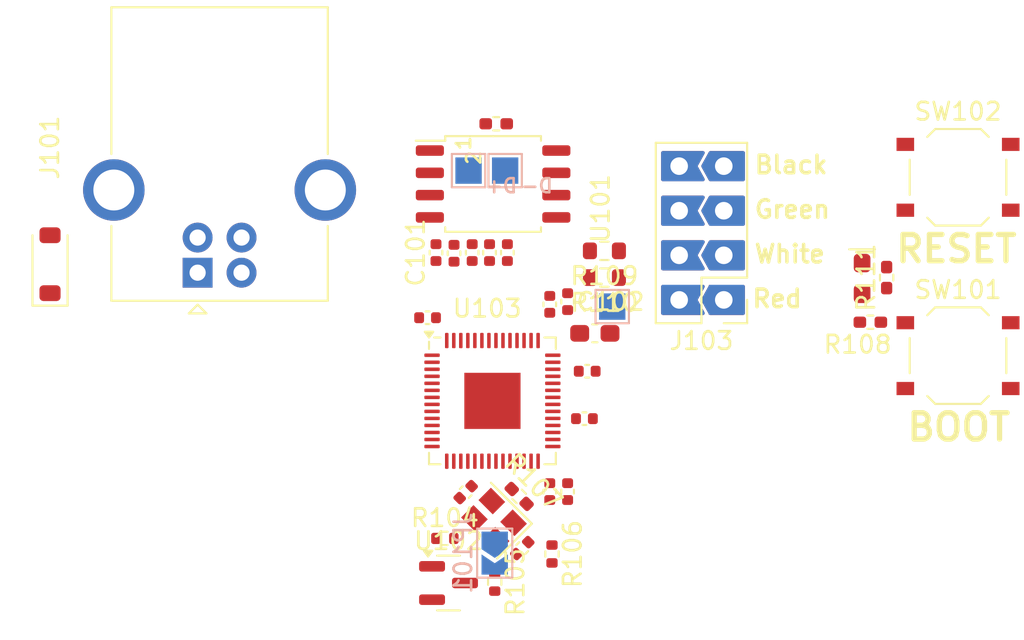
<source format=kicad_pcb>
(kicad_pcb (version 20240108) (generator "pcbnew") (generator_version "8.0")
  (layers (0 "F.Cu" signal) (31 "B.Cu" signal) (34 "B.Paste" user) (35 "F.Paste" user) (36 "B.SilkS" user "B.Silkscreen") (37 "F.SilkS" user "F.Silkscreen") (38 "B.Mask" user) (39 "F.Mask" user) (44 "Edge.Cuts" user))
  (net 0 "")
  (net 1 "Net-(C104-Pad1)")
  (net 2 "/GND")
  (net 3 "/+3V3")
  (net 4 "/XIN")
  (net 5 "+5V")
  (net 6 "+1V1")
  (net 7 "VBUS")
  (net 8 "Net-(D102-K)")
  (net 9 "/GPIO23")
  (net 10 "/GPIO20")
  (net 11 "/GPIO29")
  (net 12 "/D+")
  (net 13 "/D-")
  (net 14 "/SWCLK")
  (net 15 "/SWD")
  (net 16 "/GPIO26")
  (net 17 "/GPIO28")
  (net 18 "/GPIO27")
  (net 19 "/GPIO22")
  (net 20 "/GPIO21")
  (net 21 "/GPIO19")
  (net 22 "/GPIO11")
  (net 23 "/GPIO17")
  (net 24 "/3V0_VREF")
  (net 25 "/QSPI_SS")
  (net 26 "/GPIO13")
  (net 27 "/XOUT")
  (net 28 "/DP")
  (net 29 "/GPIO8")
  (net 30 "/GPIO10")
  (net 31 "/GPIO0")
  (net 32 "/QSPI_SD1")
  (net 33 "/QSPI_SD2")
  (net 34 "/QSPI_SD0")
  (net 35 "/QSPI_SCLK")
  (net 36 "/QSPI_SD3")
  (net 37 "/GPIO3")
  (net 38 "/DN")
  (net 39 "/ADC_VREF")
  (net 40 "/GPIO12")
  (net 41 "/GPIO15")
  (net 42 "/GPIO7")
  (net 43 "/GPIO16")
  (net 44 "/GPIO5")
  (net 45 "/GPIO14")
  (net 46 "/GPIO1")
  (net 47 "/GPIO18")
  (net 48 "/GPIO6")
  (net 49 "/GPIO9")
  (net 50 "/GPIO4")
  (net 51 "/GPIO2")
  (net 52 "/GPIO25")
  (net 53 "/GPIO24")
  (net 54 "/2v5_VREF")
  (net 55 "Net-(R108-Pad2)")
  (net 57 "/RESET_RUN")
  (footprint "RP2040-Decoder_Additional_Footprints:SOIC-8_5.23x5.23mm_P1.27mm" (layer "F.Cu") (at 104.7242 46.863)
    (property "Reference" "U101" (at 6.114 1.393001 -90) (layer "F.SilkS"))
    (property "Value" "W25Q128JVSIQ")
    (fp_line (start -2.725 -2.725) (end -2.725 -2.465) (stroke (width 0.12)) (layer "F.SilkS"))
    (fp_line (start -2.725 -2.465) (end -4.4 -2.465) (stroke (width 0.12)) (layer "F.SilkS"))
    (fp_line (start -2.725 2.725) (end -2.725 2.465) (stroke (width 0.12)) (layer "F.SilkS"))
    (fp_line (start 0 -2.725) (end -2.725 -2.725) (stroke (width 0.12)) (layer "F.SilkS"))
    (fp_line (start 0 -2.725) (end 2.725 -2.725) (stroke (width 0.12)) (layer "F.SilkS"))
    (fp_line (start 0 2.725) (end -2.725 2.725) (stroke (width 0.12)) (layer "F.SilkS"))
    (fp_line (start 0 2.725) (end 2.725 2.725) (stroke (width 0.12)) (layer "F.SilkS"))
    (fp_line (start 2.725 -2.725) (end 2.725 -2.465) (stroke (width 0.12)) (layer "F.SilkS"))
    (fp_line (start 2.725 2.725) (end 2.725 2.465) (stroke (width 0.12)) (layer "F.SilkS"))
    (pad "1" smd roundrect (at -3.6 -1.905) (size 1.6 0.6) (layers "F.Cu" "F.Paste" "F.Mask") (net 25 "/QSPI_SS"))
    (pad "2" smd roundrect (at -3.6 -0.635) (size 1.6 0.6) (layers "F.Cu" "F.Paste" "F.Mask") (net 32 "/QSPI_SD1"))
    (pad "3" smd roundrect (at -3.6 0.635) (size 1.6 0.6) (layers "F.Cu" "F.Paste" "F.Mask") (net 33 "/QSPI_SD2"))
    (pad "4" smd roundrect (at -3.6 1.905) (size 1.6 0.6) (layers "F.Cu" "F.Paste" "F.Mask") (net 2 "/GND"))
    (pad "5" smd roundrect (at 3.6 1.905) (size 1.6 0.6) (layers "F.Cu" "F.Paste" "F.Mask") (net 34 "/QSPI_SD0"))
    (pad "6" smd roundrect (at 3.6 0.635) (size 1.6 0.6) (layers "F.Cu" "F.Paste" "F.Mask") (net 35 "/QSPI_SCLK"))
    (pad "7" smd roundrect (at 3.6 -0.635) (size 1.6 0.6) (layers "F.Cu" "F.Paste" "F.Mask") (net 36 "/QSPI_SD3"))
    (pad "8" smd roundrect (at 3.6 -1.905) (size 1.6 0.6) (layers "F.Cu" "F.Paste" "F.Mask") (net 3 "/+3V3"))
  )
  (footprint "Capacitor_SMD:C_0603_1608Metric_Pad1.08x0.95mm_HandSolder" (layer "F.Cu") (at 110.516499 55.372)
    (property "Reference" "C102" (at 0.889 -1.8065 0) (layer "F.SilkS"))
    (property "Value" "10n C0G")
    (fp_line (start -0.146267 -0.51) (end 0.146267 -0.51) (stroke (width 0.12)) (layer "F.SilkS"))
    (fp_line (start -0.146267 0.51) (end 0.146267 0.51) (stroke (width 0.12)) (layer "F.SilkS"))
    (pad "1" smd roundrect (at -0.862501 0) (size 1.075 0.95) (layers "F.Cu" "F.Paste" "F.Mask") (net 39 "/ADC_VREF"))
    (pad "2" smd roundrect (at 0.862501 0) (size 1.075 0.95) (layers "F.Cu" "F.Paste" "F.Mask") (net 2 "/GND"))
  )
  (footprint "Capacitor_SMD:C_0402_1005Metric" (layer "F.Cu") (at 108.966 53.566 90)
    (property "Reference" "C109" (hide yes))
    (property "Value" "1u")
    (fp_line (start -0.107836 -0.36) (end 0.107836 -0.36) (stroke (width 0.12)) (layer "F.SilkS"))
    (fp_line (start -0.107836 0.36) (end 0.107836 0.36) (stroke (width 0.12)) (layer "F.SilkS"))
    (pad "1" smd roundrect (at -0.48 0 90) (size 0.56 0.62) (layers "F.Cu" "F.Paste" "F.Mask") (net 3 "/+3V3"))
    (pad "2" smd roundrect (at 0.48 0 90) (size 0.56 0.62) (layers "F.Cu" "F.Paste" "F.Mask") (net 2 "/GND"))
  )
  (footprint "Capacitor_SMD:C_0402_1005Metric" (layer "F.Cu") (at 103.1623 64.4185 -135)
    (property "Reference" "C103" (hide yes))
    (property "Value" "18p")
    (fp_line (start -0.107836 0.36) (end 0.107836 0.36) (stroke (width 0.12)) (layer "F.SilkS"))
    (fp_line (start -0.107836 -0.36) (end 0.107836 -0.36) (stroke (width 0.12)) (layer "F.SilkS"))
    (pad "1" smd roundrect (at -0.48 0 225) (size 0.56 0.62) (layers "F.Cu" "F.Paste" "F.Mask") (net 4 "/XIN"))
    (pad "2" smd roundrect (at 0.48 0 225) (size 0.56 0.62) (layers "F.Cu" "F.Paste" "F.Mask") (net 2 "/GND"))
  )
  (footprint "Package_DFN_QFN:QFN-56-1EP_7x7mm_P0.4mm_EP3.2x3.2mm" (layer "F.Cu") (at 104.686 59.22)
    (property "Reference" "U103" (at -0.295589 -5.264789 0) (layer "F.SilkS"))
    (property "Value" "RP2040")
    (fp_line (start -3.61 -2.96) (end -3.61 -3.37) (stroke (width 0.12)) (layer "F.SilkS"))
    (fp_line (start -3.61 3.61) (end -3.61 2.96) (stroke (width 0.12)) (layer "F.SilkS"))
    (fp_line (start -2.96 -3.61) (end -3.31 -3.61) (stroke (width 0.12)) (layer "F.SilkS"))
    (fp_line (start -2.96 3.61) (end -3.61 3.61) (stroke (width 0.12)) (layer "F.SilkS"))
    (fp_line (start 2.96 -3.61) (end 3.61 -3.61) (stroke (width 0.12)) (layer "F.SilkS"))
    (fp_line (start 2.96 3.61) (end 3.61 3.61) (stroke (width 0.12)) (layer "F.SilkS"))
    (fp_line (start 3.61 -3.61) (end 3.61 -2.96) (stroke (width 0.12)) (layer "F.SilkS"))
    (fp_line (start 3.61 3.61) (end 3.61 2.96) (stroke (width 0.12)) (layer "F.SilkS"))
    (fp_poly (pts (xy -3.61 -3.61) (xy -3.85 -3.94) (xy -3.37 -3.94) (xy -3.61 -3.61)) (stroke (width 0.12)) (fill solid) (layer "F.SilkS"))
    (pad "1" smd roundrect (at -3.4375 -2.6) (size 0.875 0.2) (layers "F.Cu" "F.Paste" "F.Mask") (net 3 "/+3V3"))
    (pad "2" smd roundrect (at -3.4375 -2.2) (size 0.875 0.2) (layers "F.Cu" "F.Paste" "F.Mask") (net 31 "/GPIO0"))
    (pad "3" smd roundrect (at -3.4375 -1.8) (size 0.875 0.2) (layers "F.Cu" "F.Paste" "F.Mask") (net 46 "/GPIO1"))
    (pad "4" smd roundrect (at -3.4375 -1.4) (size 0.875 0.2) (layers "F.Cu" "F.Paste" "F.Mask") (net 51 "/GPIO2"))
    (pad "5" smd roundrect (at -3.4375 -1) (size 0.875 0.2) (layers "F.Cu" "F.Paste" "F.Mask") (net 37 "/GPIO3"))
    (pad "6" smd roundrect (at -3.4375 -0.6) (size 0.875 0.2) (layers "F.Cu" "F.Paste" "F.Mask") (net 50 "/GPIO4"))
    (pad "7" smd roundrect (at -3.4375 -0.2) (size 0.875 0.2) (layers "F.Cu" "F.Paste" "F.Mask") (net 44 "/GPIO5"))
    (pad "8" smd roundrect (at -3.4375 0.2) (size 0.875 0.2) (layers "F.Cu" "F.Paste" "F.Mask") (net 48 "/GPIO6"))
    (pad "9" smd roundrect (at -3.4375 0.6) (size 0.875 0.2) (layers "F.Cu" "F.Paste" "F.Mask") (net 42 "/GPIO7"))
    (pad "10" smd roundrect (at -3.4375 1) (size 0.875 0.2) (layers "F.Cu" "F.Paste" "F.Mask") (net 3 "/+3V3"))
    (pad "11" smd roundrect (at -3.4375 1.4) (size 0.875 0.2) (layers "F.Cu" "F.Paste" "F.Mask") (net 29 "/GPIO8"))
    (pad "12" smd roundrect (at -3.4375 1.8) (size 0.875 0.2) (layers "F.Cu" "F.Paste" "F.Mask") (net 49 "/GPIO9"))
    (pad "13" smd roundrect (at -3.4375 2.2) (size 0.875 0.2) (layers "F.Cu" "F.Paste" "F.Mask") (net 30 "/GPIO10"))
    (pad "14" smd roundrect (at -3.4375 2.6) (size 0.875 0.2) (layers "F.Cu" "F.Paste" "F.Mask") (net 22 "/GPIO11"))
    (pad "15" smd roundrect (at -2.6 3.4375) (size 0.2 0.875) (layers "F.Cu" "F.Paste" "F.Mask") (net 40 "/GPIO12"))
    (pad "16" smd roundrect (at -2.2 3.4375) (size 0.2 0.875) (layers "F.Cu" "F.Paste" "F.Mask") (net 26 "/GPIO13"))
    (pad "17" smd roundrect (at -1.8 3.4375) (size 0.2 0.875) (layers "F.Cu" "F.Paste" "F.Mask") (net 45 "/GPIO14"))
    (pad "18" smd roundrect (at -1.4 3.4375) (size 0.2 0.875) (layers "F.Cu" "F.Paste" "F.Mask") (net 41 "/GPIO15"))
    (pad "19" smd roundrect (at -1 3.4375) (size 0.2 0.875) (layers "F.Cu" "F.Paste" "F.Mask") (net 2 "/GND"))
    (pad "20" smd roundrect (at -0.6 3.4375) (size 0.2 0.875) (layers "F.Cu" "F.Paste" "F.Mask") (net 4 "/XIN"))
    (pad "21" smd roundrect (at -0.2 3.4375) (size 0.2 0.875) (layers "F.Cu" "F.Paste" "F.Mask") (net 27 "/XOUT"))
    (pad "22" smd roundrect (at 0.2 3.4375) (size 0.2 0.875) (layers "F.Cu" "F.Paste" "F.Mask") (net 3 "/+3V3"))
    (pad "23" smd roundrect (at 0.6 3.4375) (size 0.2 0.875) (layers "F.Cu" "F.Paste" "F.Mask") (net 6 "+1V1"))
    (pad "24" smd roundrect (at 1 3.4375) (size 0.2 0.875) (layers "F.Cu" "F.Paste" "F.Mask") (net 14 "/SWCLK"))
    (pad "25" smd roundrect (at 1.4 3.4375) (size 0.2 0.875) (layers "F.Cu" "F.Paste" "F.Mask") (net 15 "/SWD"))
    (pad "26" smd roundrect (at 1.8 3.4375) (size 0.2 0.875) (layers "F.Cu" "F.Paste" "F.Mask") (net 57 "/RESET_RUN"))
    (pad "27" smd roundrect (at 2.2 3.4375) (size 0.2 0.875) (layers "F.Cu" "F.Paste" "F.Mask") (net 43 "/GPIO16"))
    (pad "28" smd roundrect (at 2.6 3.4375) (size 0.2 0.875) (layers "F.Cu" "F.Paste" "F.Mask") (net 23 "/GPIO17"))
    (pad "29" smd roundrect (at 3.4375 2.6) (size 0.875 0.2) (layers "F.Cu" "F.Paste" "F.Mask") (net 47 "/GPIO18"))
    (pad "30" smd roundrect (at 3.4375 2.2) (size 0.875 0.2) (layers "F.Cu" "F.Paste" "F.Mask") (net 21 "/GPIO19"))
    (pad "31" smd roundrect (at 3.4375 1.8) (size 0.875 0.2) (layers "F.Cu" "F.Paste" "F.Mask") (net 10 "/GPIO20"))
    (pad "32" smd roundrect (at 3.4375 1.4) (size 0.875 0.2) (layers "F.Cu" "F.Paste" "F.Mask") (net 20 "/GPIO21"))
    (pad "33" smd roundrect (at 3.4375 1) (size 0.875 0.2) (layers "F.Cu" "F.Paste" "F.Mask") (net 3 "/+3V3"))
    (pad "34" smd roundrect (at 3.4375 0.6) (size 0.875 0.2) (layers "F.Cu" "F.Paste" "F.Mask") (net 19 "/GPIO22"))
    (pad "35" smd roundrect (at 3.4375 0.2) (size 0.875 0.2) (layers "F.Cu" "F.Paste" "F.Mask") (net 9 "/GPIO23"))
    (pad "36" smd roundrect (at 3.4375 -0.2) (size 0.875 0.2) (layers "F.Cu" "F.Paste" "F.Mask") (net 53 "/GPIO24"))
    (pad "37" smd roundrect (at 3.4375 -0.6) (size 0.875 0.2) (layers "F.Cu" "F.Paste" "F.Mask") (net 52 "/GPIO25"))
    (pad "38" smd roundrect (at 3.4375 -1) (size 0.875 0.2) (layers "F.Cu" "F.Paste" "F.Mask") (net 16 "/GPIO26"))
    (pad "39" smd roundrect (at 3.4375 -1.4) (size 0.875 0.2) (layers "F.Cu" "F.Paste" "F.Mask") (net 18 "/GPIO27"))
    (pad "40" smd roundrect (at 3.4375 -1.8) (size 0.875 0.2) (layers "F.Cu" "F.Paste" "F.Mask") (net 17 "/GPIO28"))
    (pad "41" smd roundrect (at 3.4375 -2.2) (size 0.875 0.2) (layers "F.Cu" "F.Paste" "F.Mask") (net 11 "/GPIO29"))
    (pad "42" smd roundrect (at 3.4375 -2.6) (size 0.875 0.2) (layers "F.Cu" "F.Paste" "F.Mask") (net 3 "/+3V3"))
    (pad "43" smd roundrect (at 2.6 -3.4375) (size 0.2 0.875) (layers "F.Cu" "F.Paste" "F.Mask") (net 39 "/ADC_VREF"))
    (pad "44" smd roundrect (at 2.2 -3.4375) (size 0.2 0.875) (layers "F.Cu" "F.Paste" "F.Mask") (net 3 "/+3V3"))
    (pad "45" smd roundrect (at 1.8 -3.4375) (size 0.2 0.875) (layers "F.Cu" "F.Paste" "F.Mask") (net 6 "+1V1"))
    (pad "46" smd roundrect (at 1.4 -3.4375) (size 0.2 0.875) (layers "F.Cu" "F.Paste" "F.Mask") (net 38 "/DN"))
    (pad "47" smd roundrect (at 1 -3.4375) (size 0.2 0.875) (layers "F.Cu" "F.Paste" "F.Mask") (net 28 "/DP"))
    (pad "48" smd roundrect (at 0.6 -3.4375) (size 0.2 0.875) (layers "F.Cu" "F.Paste" "F.Mask") (net 3 "/+3V3"))
    (pad "49" smd roundrect (at 0.2 -3.4375) (size 0.2 0.875) (layers "F.Cu" "F.Paste" "F.Mask") (net 3 "/+3V3"))
    (pad "50" smd roundrect (at -0.2 -3.4375) (size 0.2 0.875) (layers "F.Cu" "F.Paste" "F.Mask") (net 6 "+1V1"))
    (pad "51" smd roundrect (at -0.6 -3.4375) (size 0.2 0.875) (layers "F.Cu" "F.Paste" "F.Mask") (net 36 "/QSPI_SD3"))
    (pad "52" smd roundrect (at -1 -3.4375) (size 0.2 0.875) (layers "F.Cu" "F.Paste" "F.Mask") (net 35 "/QSPI_SCLK"))
    (pad "53" smd roundrect (at -1.4 -3.4375) (size 0.2 0.875) (layers "F.Cu" "F.Paste" "F.Mask") (net 34 "/QSPI_SD0"))
    (pad "54" smd roundrect (at -1.8 -3.4375) (size 0.2 0.875) (layers "F.Cu" "F.Paste" "F.Mask") (net 33 "/QSPI_SD2"))
    (pad "55" smd roundrect (at -2.2 -3.4375) (size 0.2 0.875) (layers "F.Cu" "F.Paste" "F.Mask") (net 32 "/QSPI_SD1"))
    (pad "56" smd roundrect (at -2.6 -3.4375) (size 0.2 0.875) (layers "F.Cu" "F.Paste" "F.Mask") (net 25 "/QSPI_SS"))
    (pad "57" smd rect (at 0 0) (size 3.2 3.2) (property pad_prop_heatsink) (layers "F.Cu" "F.Mask") (net 2 "/GND"))
  )
  (footprint "Capacitor_SMD:C_0402_1005Metric" (layer "F.Cu") (at 105.537 50.772 90)
    (property "Reference" "C110" (hide yes))
    (property "Value" "100n")
    (fp_line (start -0.107836 -0.36) (end 0.107836 -0.36) (stroke (width 0.12)) (layer "F.SilkS"))
    (fp_line (start -0.107836 0.36) (end 0.107836 0.36) (stroke (width 0.12)) (layer "F.SilkS"))
    (pad "1" smd roundrect (at -0.48 0 90) (size 0.56 0.62) (layers "F.Cu" "F.Paste" "F.Mask") (net 3 "/+3V3"))
    (pad "2" smd roundrect (at 0.48 0 90) (size 0.56 0.62) (layers "F.Cu" "F.Paste" "F.Mask") (net 2 "/GND"))
  )
  (footprint "Resistor_SMD:R_0402_1005Metric_Pad0.72x0.64mm_HandSolder" (layer "F.Cu") (at 106.2081 64.663376 -45)
    (property "Reference" "R107" (at 0 -1.17 -45) (layer "F.SilkS"))
    (property "Value" "1k")
    (fp_line (start -0.167621 0.380001) (end 0.167621 0.380001) (stroke (width 0.12)) (layer "F.SilkS"))
    (fp_line (start -0.167621 -0.380001) (end 0.167621 -0.380001) (stroke (width 0.12)) (layer "F.SilkS"))
    (pad "1" smd roundrect (at -0.5975 0 315) (size 0.715 0.64) (layers "F.Cu" "F.Paste" "F.Mask") (net 27 "/XOUT"))
    (pad "2" smd roundrect (at 0.5975 0 315) (size 0.715 0.64) (layers "F.Cu" "F.Paste" "F.Mask") (net 1 "Net-(C104-Pad1)"))
  )
  (footprint "Package_TO_SOT_SMD:SOT-23" (layer "F.Cu") (at 102.1865 69.596)
    (property "Reference" "U102" (at 0 -2.4 0) (layer "F.SilkS"))
    (property "Value" "TL431DBZ")
    (fp_line (start 0 -1.560001) (end -0.65 -1.56) (stroke (width 0.12)) (layer "F.SilkS"))
    (fp_line (start 0 -1.560001) (end 0.65 -1.56) (stroke (width 0.12)) (layer "F.SilkS"))
    (fp_line (start 0 1.560001) (end -0.65 1.56) (stroke (width 0.12)) (layer "F.SilkS"))
    (fp_line (start 0 1.560001) (end 0.65 1.56) (stroke (width 0.12)) (layer "F.SilkS"))
    (fp_poly (pts (xy -1.1625 -1.51) (xy -1.4025 -1.84) (xy -0.9225 -1.839999) (xy -1.1625 -1.51)) (stroke (width 0.12)) (fill solid) (layer "F.SilkS"))
    (pad "1" smd roundrect (at -0.9375 -0.95) (size 1.475 0.6) (layers "F.Cu" "F.Paste" "F.Mask") (net 24 "/3V0_VREF"))
    (pad "2" smd roundrect (at -0.9375 0.95) (size 1.475 0.6) (layers "F.Cu" "F.Paste" "F.Mask") (net 54 "/2v5_VREF"))
    (pad "3" smd roundrect (at 0.937501 0) (size 1.475 0.6) (layers "F.Cu" "F.Paste" "F.Mask") (net 2 "/GND"))
  )
  (footprint "Capacitor_SMD:C_0402_1005Metric" (layer "F.Cu") (at 110.081 57.531)
    (property "Reference" "C111" (hide yes))
    (property "Value" "100n")
    (fp_line (start -0.107836 -0.36) (end 0.107836 -0.36) (stroke (width 0.12)) (layer "F.SilkS"))
    (fp_line (start -0.107836 0.36) (end 0.107836 0.36) (stroke (width 0.12)) (layer "F.SilkS"))
    (pad "1" smd roundrect (at -0.48 0) (size 0.56 0.62) (layers "F.Cu" "F.Paste" "F.Mask") (net 3 "/+3V3"))
    (pad "2" smd roundrect (at 0.48 0) (size 0.56 0.62) (layers "F.Cu" "F.Paste" "F.Mask") (net 2 "/GND"))
  )
  (footprint "Resistor_SMD:R_0402_1005Metric_Pad0.72x0.64mm_HandSolder" (layer "F.Cu") (at 126.2005 54.737)
    (property "Reference" "R108" (at -0.7245 1.27 0) (layer "F.SilkS"))
    (property "Value" "1k")
    (fp_line (start -0.167621 -0.38) (end 0.167621 -0.38) (stroke (width 0.12)) (layer "F.SilkS"))
    (fp_line (start -0.167621 0.38) (end 0.167621 0.38) (stroke (width 0.12)) (layer "F.SilkS"))
    (pad "1" smd roundrect (at -0.5975 0) (size 0.715 0.64) (layers "F.Cu" "F.Paste" "F.Mask") (net 25 "/QSPI_SS"))
    (pad "2" smd roundrect (at 0.5975 0) (size 0.715 0.64) (layers "F.Cu" "F.Paste" "F.Mask") (net 55 "Net-(R108-Pad2)"))
  )
  (footprint "Capacitor_SMD:C_0402_1005Metric" (layer "F.Cu") (at 106.384411 67.605589 -135)
    (property "Reference" "C104" (hide yes))
    (property "Value" "18p")
    (fp_line (start -0.107836 0.36) (end 0.107836 0.36) (stroke (width 0.12)) (layer "F.SilkS"))
    (fp_line (start -0.107836 -0.36) (end 0.107836 -0.36) (stroke (width 0.12)) (layer "F.SilkS"))
    (pad "1" smd roundrect (at -0.48 0 225) (size 0.56 0.62) (layers "F.Cu" "F.Paste" "F.Mask") (net 1 "Net-(C104-Pad1)"))
    (pad "2" smd roundrect (at 0.48 0 225) (size 0.56 0.62) (layers "F.Cu" "F.Paste" "F.Mask") (net 2 "/GND"))
  )
  (footprint "Resistor_SMD:R_0402_1005Metric" (layer "F.Cu") (at 108.077 67.943 -90)
    (property "Reference" "R106" (at 0 -1.17 90) (layer "F.SilkS"))
    (property "Value" "150R")
    (fp_line (start -0.153641 0.38) (end 0.153641 0.38) (stroke (width 0.12)) (layer "F.SilkS"))
    (fp_line (start -0.153641 -0.38) (end 0.153641 -0.38) (stroke (width 0.12)) (layer "F.SilkS"))
    (pad "1" smd roundrect (at -0.509999 0 270) (size 0.54 0.64) (layers "F.Cu" "F.Paste" "F.Mask") (net 24 "/3V0_VREF"))
    (pad "2" smd roundrect (at 0.509999 0 270) (size 0.54 0.64) (layers "F.Cu" "F.Paste" "F.Mask") (net 3 "/+3V3"))
  )
  (footprint "Resistor_SMD:R_0402_1005Metric_Pad0.72x0.64mm_HandSolder" (layer "F.Cu") (at 127.127 52.197 90)
    (property "Reference" "R111" (at 0 -1.17 90) (layer "F.SilkS"))
    (property "Value" "1k")
    (fp_line (start -0.167621 -0.38) (end 0.167621 -0.38) (stroke (width 0.12)) (layer "F.SilkS"))
    (fp_line (start -0.167621 0.38) (end 0.167621 0.38) (stroke (width 0.12)) (layer "F.SilkS"))
    (pad "1" smd roundrect (at -0.5975 0 90) (size 0.715 0.64) (layers "F.Cu" "F.Paste" "F.Mask") (net 8 "Net-(D102-K)"))
    (pad "2" smd roundrect (at 0.5975 0 90) (size 0.715 0.64) (layers "F.Cu" "F.Paste" "F.Mask") (net 2 "/GND"))
  )
  (footprint "xDuinoRail:USB_B_OST_USB-B1HSxx_Horizontal" (layer "F.Cu") (at 87.904 51.9165 90)
    (property "Reference" "J101" (at 7.131 -8.41 90) (layer "F.SilkS"))
    (property "Value" "USB_B")
    (fp_line (start 15.12 -4.91) (end 15.12 7.41) (stroke (width 0.12)) (layer "F.SilkS"))
    (fp_line (start 6.76 -4.91) (end 15.12 -4.91) (stroke (width 0.12)) (layer "F.SilkS"))
    (fp_line (start 2.66 -4.91) (end -1.6 -4.91) (stroke (width 0.12)) (layer "F.SilkS"))
    (fp_line (start -1.6 -4.91) (end -1.6 7.41) (stroke (width 0.12)) (layer "F.SilkS"))
    (fp_line (start -2.32 -0.5) (end -2.32 0.5) (stroke (width 0.12)) (layer "F.SilkS"))
    (fp_line (start -1.82 0) (end -2.32 -0.5) (stroke (width 0.12)) (layer "F.SilkS"))
    (fp_line (start -2.32 0.5) (end -1.82 0) (stroke (width 0.12)) (layer "F.SilkS"))
    (fp_line (start 15.12 7.41) (end 6.76 7.41) (stroke (width 0.12)) (layer "F.SilkS"))
    (fp_line (start -1.6 7.41) (end 2.66 7.41) (stroke (width 0.12)) (layer "F.SilkS"))
    (pad "1" thru_hole rect (at 0 0 90) (size 1.7 1.7) (drill 0.92) (layers "*.Cu" "*.Mask") (net 7 "VBUS"))
    (pad "2" thru_hole circle (at 0 2.5 90) (size 1.7 1.7) (drill 0.92) (layers "*.Cu" "*.Mask") (net 13 "/D-"))
    (pad "3" thru_hole circle (at 2.000001 2.5 90) (size 1.7 1.7) (drill 0.92) (layers "*.Cu" "*.Mask"))
    (pad "4" thru_hole circle (at 2.000001 0 90) (size 1.7 1.7) (drill 0.92) (layers "*.Cu" "*.Mask") (net 2 "/GND"))
    (pad "5" thru_hole circle (at 4.71 -4.77 90) (size 3.5 3.5) (drill 2.33) (layers "*.Cu" "*.Mask") (net 2 "/GND"))
    (pad "5" thru_hole circle (at 4.71 7.27 90) (size 3.5 3.5) (drill 2.33) (layers "*.Cu" "*.Mask") (net 2 "/GND"))
  )
  (footprint "Resistor_SMD:R_0402_1005Metric" (layer "F.Cu") (at 101.979001 67.056)
    (property "Reference" "R104" (at 0 -1.17 0) (layer "F.SilkS"))
    (property "Value" "680R")
    (fp_line (start -0.153641 -0.38) (end 0.153641 -0.38) (stroke (width 0.12)) (layer "F.SilkS"))
    (fp_line (start -0.153641 0.38) (end 0.153641 0.38) (stroke (width 0.12)) (layer "F.SilkS"))
    (pad "1" smd roundrect (at -0.509999 0) (size 0.54 0.64) (layers "F.Cu" "F.Paste" "F.Mask") (net 54 "/2v5_VREF"))
    (pad "2" smd roundrect (at 0.509999 0) (size 0.54 0.64) (layers "F.Cu" "F.Paste" "F.Mask") (net 24 "/3V0_VREF"))
  )
  (footprint "Capacitor_SMD:C_0402_1005Metric" (layer "F.Cu") (at 107.95 64.389 -90)
    (property "Reference" "C115" (hide yes))
    (property "Value" "100n")
    (fp_line (start -0.107836 0.36) (end 0.107836 0.36) (stroke (width 0.12)) (layer "F.SilkS"))
    (fp_line (start -0.107836 -0.36) (end 0.107836 -0.36) (stroke (width 0.12)) (layer "F.SilkS"))
    (pad "1" smd roundrect (at -0.48 0 270) (size 0.56 0.62) (layers "F.Cu" "F.Paste" "F.Mask") (net 3 "/+3V3"))
    (pad "2" smd roundrect (at 0.48 0 270) (size 0.56 0.62) (layers "F.Cu" "F.Paste" "F.Mask") (net 2 "/GND"))
  )
  (footprint "Capacitor_SMD:C_0402_1005Metric" (layer "F.Cu") (at 100.993 54.483 180)
    (property "Reference" "C114" (hide yes))
    (property "Value" "100n")
    (fp_line (start -0.107836 0.36) (end 0.107836 0.36) (stroke (width 0.12)) (layer "F.SilkS"))
    (fp_line (start -0.107836 -0.36) (end 0.107836 -0.36) (stroke (width 0.12)) (layer "F.SilkS"))
    (pad "1" smd roundrect (at -0.48 0 180) (size 0.56 0.62) (layers "F.Cu" "F.Paste" "F.Mask") (net 3 "/+3V3"))
    (pad "2" smd roundrect (at 0.48 0 180) (size 0.56 0.62) (layers "F.Cu" "F.Paste" "F.Mask") (net 2 "/GND"))
  )
  (footprint "Resistor_SMD:R_0603_1608Metric" (layer "F.Cu") (at 111.062 52.197 180)
    (property "Reference" "R110" (at 0 -1.43 180) (layer "F.SilkS"))
    (property "Value" "27R")
    (fp_line (start -0.237258 0.5225) (end 0.237258 0.5225) (stroke (width 0.12)) (layer "F.SilkS"))
    (fp_line (start -0.237258 -0.5225) (end 0.237258 -0.5225) (stroke (width 0.12)) (layer "F.SilkS"))
    (pad "1" smd roundrect (at -0.825 0 180) (size 0.8 0.95) (layers "F.Cu" "F.Paste" "F.Mask") (net 13 "/D-"))
    (pad "2" smd roundrect (at 0.825 0 180) (size 0.8 0.95) (layers "F.Cu" "F.Paste" "F.Mask") (net 38 "/DN"))
  )
  (footprint "Capacitor_SMD:C_0402_1005Metric" (layer "F.Cu") (at 109.9235 60.2335)
    (property "Reference" "C108" (hide yes))
    (property "Value" "100n")
    (fp_line (start -0.107836 -0.36) (end 0.107836 -0.36) (stroke (width 0.12)) (layer "F.SilkS"))
    (fp_line (start -0.107836 0.36) (end 0.107836 0.36) (stroke (width 0.12)) (layer "F.SilkS"))
    (pad "1" smd roundrect (at -0.48 0) (size 0.56 0.62) (layers "F.Cu" "F.Paste" "F.Mask") (net 3 "/+3V3"))
    (pad "2" smd roundrect (at 0.48 0) (size 0.56 0.62) (layers "F.Cu" "F.Paste" "F.Mask") (net 2 "/GND"))
  )
  (footprint "Diode_SMD:D_SOD-123" (layer "F.Cu") (at 79.502 51.434 90)
    (property "Reference" "D101" (hide yes))
    (property "Value" "B5819W")
    (fp_line (start -2.36 -1) (end 1.65 -1) (stroke (width 0.12)) (layer "F.SilkS"))
    (fp_line (start -2.36 -1) (end -2.36 1) (stroke (width 0.12)) (layer "F.SilkS"))
    (fp_line (start -2.36 1) (end 1.65 1) (stroke (width 0.12)) (layer "F.SilkS"))
    (pad "1" smd roundrect (at -1.65 0 90) (size 0.9 1.2) (layers "F.Cu" "F.Paste" "F.Mask") (net 5 "+5V"))
    (pad "2" smd roundrect (at 1.65 0 90) (size 0.9 1.2) (layers "F.Cu" "F.Paste" "F.Mask") (net 7 "VBUS"))
  )
  (footprint "Crystal:Crystal_SMD_2520-4Pin_2.5x2.0mm" (layer "F.Cu") (at 104.775 66.04 135)
    (property "Reference" "Y101" (hide yes))
    (property "Value" "ECS-120-12-36-AGN-TR3" (hide yes))
    (fp_line (start -1.65 -1.4) (end -1.65 1.4) (stroke (width 0.12)) (layer "F.SilkS"))
    (fp_line (start -1.65 1.4) (end 1.65 1.4) (stroke (width 0.12)) (layer "F.SilkS"))
    (pad "1" smd rect (at -0.875 0.7 135) (size 1.15 1) (layers "F.Cu" "F.Paste" "F.Mask") (net 1 "Net-(C104-Pad1)"))
    (pad "2" smd rect (at 0.875 0.7 135) (size 1.15 1) (layers "F.Cu" "F.Paste" "F.Mask") (net 2 "/GND"))
    (pad "3" smd rect (at 0.875 -0.7 135) (size 1.15 1) (layers "F.Cu" "F.Paste" "F.Mask") (net 4 "/XIN"))
    (pad "4" smd rect (at -0.875 -0.7 135) (size 1.15 1) (layers "F.Cu" "F.Paste" "F.Mask") (net 2 "/GND"))
  )
  (footprint "Capacitor_SMD:C_0402_1005Metric" (layer "F.Cu") (at 102.5005 50.8102 90)
    (property "Reference" "C113" (hide yes))
    (property "Value" "100n")
    (fp_line (start -0.107836 -0.36) (end 0.107836 -0.36) (stroke (width 0.12)) (layer "F.SilkS"))
    (fp_line (start -0.107836 0.36) (end 0.107836 0.36) (stroke (width 0.12)) (layer "F.SilkS"))
    (pad "1" smd roundrect (at -0.48 0 90) (size 0.56 0.62) (layers "F.Cu" "F.Paste" "F.Mask") (net 3 "/+3V3"))
    (pad "2" smd roundrect (at 0.48 0 90) (size 0.56 0.62) (layers "F.Cu" "F.Paste" "F.Mask") (net 2 "/GND"))
  )
  (footprint "Resistor_SMD:R_0402_1005Metric" (layer "F.Cu") (at 104.8165 69.548 -90)
    (property "Reference" "R105" (at 0 -1.17 90) (layer "F.SilkS"))
    (property "Value" "3k3")
    (fp_line (start -0.153641 0.38) (end 0.153641 0.38) (stroke (width 0.12)) (layer "F.SilkS"))
    (fp_line (start -0.153641 -0.38) (end 0.153641 -0.38) (stroke (width 0.12)) (layer "F.SilkS"))
    (pad "1" smd roundrect (at -0.509999 0 270) (size 0.54 0.64) (layers "F.Cu" "F.Paste" "F.Mask") (net 2 "/GND"))
    (pad "2" smd roundrect (at 0.509999 0 270) (size 0.54 0.64) (layers "F.Cu" "F.Paste" "F.Mask") (net 54 "/2v5_VREF"))
  )
  (footprint "Resistor_SMD:R_0402_1005Metric_Pad0.72x0.64mm_HandSolder" (layer "F.Cu") (at 104.902 43.434 180)
    (property "Reference" "R101" (hide yes))
    (property "Value" "DNP")
    (fp_line (start -0.167621 0.380001) (end 0.167621 0.380001) (stroke (width 0.12)) (layer "F.SilkS"))
    (fp_line (start -0.167621 -0.380001) (end 0.167621 -0.380001) (stroke (width 0.12)) (layer "F.SilkS"))
    (pad "1" smd roundrect (at -0.5975 0 180) (size 0.715 0.64) (layers "F.Cu" "F.Paste" "F.Mask") (net 3 "/+3V3"))
    (pad "2" smd roundrect (at 0.5975 0 180) (size 0.715 0.64) (layers "F.Cu" "F.Paste" "F.Mask") (net 25 "/QSPI_SS"))
  )
  (footprint "Capacitor_SMD:C_0402_1005Metric" (layer "F.Cu") (at 108.966 64.389 -90)
    (property "Reference" "C106" (hide yes))
    (property "Value" "100n")
    (fp_line (start -0.107836 0.36) (end 0.107836 0.36) (stroke (width 0.12)) (layer "F.SilkS"))
    (fp_line (start -0.107836 -0.36) (end 0.107836 -0.36) (stroke (width 0.12)) (layer "F.SilkS"))
    (pad "1" smd roundrect (at -0.48 0 270) (size 0.56 0.62) (layers "F.Cu" "F.Paste" "F.Mask") (net 6 "+1V1"))
    (pad "2" smd roundrect (at 0.48 0 270) (size 0.56 0.62) (layers "F.Cu" "F.Paste" "F.Mask") (net 2 "/GND"))
  )
  (footprint "Resistor_SMD:R_0603_1608Metric" (layer "F.Cu") (at 111.061 50.673 180)
    (property "Reference" "R109" (at 0 -1.43 180) (layer "F.SilkS"))
    (property "Value" "27R")
    (fp_line (start -0.237258 0.5225) (end 0.237258 0.5225) (stroke (width 0.12)) (layer "F.SilkS"))
    (fp_line (start -0.237258 -0.5225) (end 0.237258 -0.5225) (stroke (width 0.12)) (layer "F.SilkS"))
    (pad "1" smd roundrect (at -0.825 0 180) (size 0.8 0.95) (layers "F.Cu" "F.Paste" "F.Mask") (net 12 "/D+"))
    (pad "2" smd roundrect (at 0.825 0 180) (size 0.8 0.95) (layers "F.Cu" "F.Paste" "F.Mask") (net 28 "/DP"))
  )
  (footprint "Button_Switch_SMD:SW_Push_1P1T_XKB_TS-1187A" (layer "F.Cu") (at 131.191 56.642)
    (property "Reference" "SW101" (at 0 -3.749999 0) (layer "F.SilkS"))
    (property "Value" "BOOTSEL")
    (fp_line (start -2.75 -1) (end -2.75 1) (stroke (width 0.12)) (layer "F.SilkS"))
    (fp_line (start -1.749999 -2.3) (end -1.3 -2.75) (stroke (width 0.12)) (layer "F.SilkS"))
    (fp_line (start -1.749999 2.3) (end -1.3 2.75) (stroke (width 0.12)) (layer "F.SilkS"))
    (fp_line (start -1.3 -2.75) (end 1.3 -2.75) (stroke (width 0.12)) (layer "F.SilkS"))
    (fp_line (start -1.3 2.75) (end 1.3 2.75) (stroke (width 0.12)) (layer "F.SilkS"))
    (fp_line (start 1.749999 -2.3) (end 1.3 -2.75) (stroke (width 0.12)) (layer "F.SilkS"))
    (fp_line (start 1.749999 2.3) (end 1.3 2.75) (stroke (width 0.12)) (layer "F.SilkS"))
    (fp_line (start 2.75 -1) (end 2.75 1) (stroke (width 0.12)) (layer "F.SilkS"))
    (pad "1" smd rect (at -3 -1.875) (size 1 0.75) (layers "F.Cu" "F.Paste" "F.Mask") (net 55 "Net-(R108-Pad2)"))
    (pad "1" smd rect (at 3 -1.875) (size 1 0.75) (layers "F.Cu" "F.Paste" "F.Mask") (net 55 "Net-(R108-Pad2)"))
    (pad "2" smd rect (at -3 1.875) (size 1 0.75) (layers "F.Cu" "F.Paste" "F.Mask") (net 2 "/GND"))
    (pad "2" smd rect (at 3 1.875) (size 1 0.75) (layers "F.Cu" "F.Paste" "F.Mask") (net 2 "/GND"))
  )
  (footprint "Capacitor_SMD:C_0402_1005Metric" (layer "F.Cu") (at 104.521 50.772 90)
    (property "Reference" "C112" (hide yes))
    (property "Value" "100n")
    (fp_line (start -0.107836 -0.36) (end 0.107836 -0.36) (stroke (width 0.12)) (layer "F.SilkS"))
    (fp_line (start -0.107836 0.36) (end 0.107836 0.36) (stroke (width 0.12)) (layer "F.SilkS"))
    (pad "1" smd roundrect (at -0.48 0 90) (size 0.56 0.62) (layers "F.Cu" "F.Paste" "F.Mask") (net 3 "/+3V3"))
    (pad "2" smd roundrect (at 0.48 0 90) (size 0.56 0.62) (layers "F.Cu" "F.Paste" "F.Mask") (net 2 "/GND"))
  )
  (footprint "xDuinoRail:PinHeaderJP_2x04_P2.54mm_Vertical" (layer "F.Cu") (at 117.856 53.467 180)
    (property "Reference" "J103" (at 1.27 -2.33 180) (layer "F.SilkS"))
    (property "Value" "Conn_02x04_Odd_Even")
    (fp_line (start 3.87 -1.33) (end 3.87 8.95) (stroke (width 0.12)) (layer "F.SilkS"))
    (fp_line (start 1.27 1.27) (end 1.27 -1.33) (stroke (width 0.12)) (layer "F.SilkS"))
    (fp_line (start 1.27 -1.33) (end 3.87 -1.33) (stroke (width 0.12)) (layer "F.SilkS"))
    (fp_line (start -1.33 8.95) (end 3.87 8.95) (stroke (width 0.12)) (layer "F.SilkS"))
    (fp_line (start -1.33 1.27) (end 1.27 1.27) (stroke (width 0.12)) (layer "F.SilkS"))
    (fp_line (start -1.33 1.27) (end -1.33 8.95) (stroke (width 0.12)) (layer "F.SilkS"))
    (fp_line (start -1.33 0) (end -1.33 -1.33) (stroke (width 0.12)) (layer "F.SilkS"))
    (fp_line (start -1.33 -1.33) (end 0 -1.33) (stroke (width 0.12)) (layer "F.SilkS"))
    (pad "1" thru_hole custom (at 0 0 180) (size 1.7 1.7) (drill 1) (layers "*.Cu" "*.Mask") (net 7 "VBUS") (options (clearance outline) (anchor rect)) (primitives (gr_poly (pts (xy -1.104 -0.762) (xy -1.104 0.762) (xy 0.762 0.762) (xy 1.182 0) (xy 0.762 -0.762)) (width 0.2) (fill yes))))
    (pad "2" thru_hole custom (at 2.54 0 180) (size 1.7 1.7) (drill 1) (layers "*.Cu" "*.Mask") (net 7 "VBUS") (options (clearance outline) (anchor circle)) (primitives (gr_poly (pts (xy 0.85 0) (xy 0.831425 -0.176725) (xy 0.776514 -0.345726) (xy 0.687664 -0.499617) (xy 0.568761 -0.631673) (xy 0.425 -0.736122) (xy 0.262664 -0.808398) (xy 0.088849 -0.845344) (xy -0.088849 -0.845344) (xy -0.262664 -0.808398) (xy -0.425 -0.736122) (xy -0.568761 -0.631673) (xy -0.687664 -0.499617) (xy -0.776514 -0.345726) (xy -0.831425 -0.176725) (xy -0.85 0) (xy -0.831425 0.176725) (xy -0.776514 0.345726) (xy -0.687664 0.499617) (xy -0.568761 0.631673) (xy -0.425 0.736122) (xy -0.262664 0.808398) (xy -0.088849 0.845344) (xy 0.088849 0.845344) (xy 0.262664 0.808398) (xy 0.425 0.736122) (xy 0.568761 0.631673) (xy 0.687664 0.499617) (xy 0.776514 0.345726) (xy 0.831425 0.176725) (xy 0.85 0)) (width 0) (fill yes)) (gr_poly (pts (xy -1.358 -0.762) (xy -0.938 0) (xy -1.358 0.762) (xy 0.928 0.762) (xy 0.928 -0.762)) (width 0.2) (fill yes))))
    (pad "3" thru_hole custom (at 0 2.54 180) (size 1.7 1.7) (drill 1) (layers "*.Cu" "*.Mask") (net 13 "/D-") (options (clearance outline) (anchor circle)) (primitives (gr_poly (pts (xy 0.85 0) (xy 0.831425 -0.176725) (xy 0.776514 -0.345726) (xy 0.687664 -0.499617) (xy 0.568761 -0.631673) (xy 0.425 -0.736122) (xy 0.262664 -0.808398) (xy 0.088849 -0.845344) (xy -0.088849 -0.845344) (xy -0.262664 -0.808398) (xy -0.425 -0.736122) (xy -0.568761 -0.631673) (xy -0.687664 -0.499617) (xy -0.776514 -0.345726) (xy -0.831425 -0.176725) (xy -0.85 0) (xy -0.831425 0.176725) (xy -0.776514 0.345726) (xy -0.687664 0.499617) (xy -0.568761 0.631673) (xy -0.425 0.736122) (xy -0.262664 0.808398) (xy -0.088849 0.845344) (xy 0.088849 0.845344) (xy 0.262664 0.808398) (xy 0.425 0.736122) (xy 0.568761 0.631673) (xy 0.687664 0.499617) (xy 0.776514 0.345726) (xy 0.831425 0.176725) (xy 0.85 0)) (width 0) (fill yes)) (gr_poly (pts (xy -1.104 -0.762) (xy -1.104 0.762) (xy 0.762 0.762) (xy 1.182 0) (xy 0.762 -0.762)) (width 0.2) (fill yes))))
    (pad "4" thru_hole custom (at 2.54 2.54 180) (size 1.7 1.7) (drill 1) (layers "*.Cu" "*.Mask") (net 13 "/D-") (options (clearance outline) (anchor circle)) (primitives (gr_poly (pts (xy 0.85 0) (xy 0.831425 -0.176725) (xy 0.776514 -0.345726) (xy 0.687664 -0.499617) (xy 0.568761 -0.631673) (xy 0.425 -0.736122) (xy 0.262664 -0.808398) (xy 0.088849 -0.845344) (xy -0.088849 -0.845344) (xy -0.262664 -0.808398) (xy -0.425 -0.736122) (xy -0.568761 -0.631673) (xy -0.687664 -0.499617) (xy -0.776514 -0.345726) (xy -0.831425 -0.176725) (xy -0.85 0) (xy -0.831425 0.176725) (xy -0.776514 0.345726) (xy -0.687664 0.499617) (xy -0.568761 0.631673) (xy -0.425 0.736122) (xy -0.262664 0.808398) (xy -0.088849 0.845344) (xy 0.088849 0.845344) (xy 0.262664 0.808398) (xy 0.425 0.736122) (xy 0.568761 0.631673) (xy 0.687664 0.499617) (xy 0.776514 0.345726) (xy 0.831425 0.176725) (xy 0.85 0)) (width 0) (fill yes)) (gr_poly (pts (xy -1.358 -0.762) (xy -0.938 0) (xy -1.358 0.762) (xy 0.928 0.762) (xy 0.928 -0.762)) (width 0.2) (fill yes))))
    (pad "5" thru_hole custom (at 0 5.08 180) (size 1.7 1.7) (drill 1) (layers "*.Cu" "*.Mask") (net 12 "/D+") (options (clearance outline) (anchor circle)) (primitives (gr_poly (pts (xy 0.85 0) (xy 0.831425 -0.176725) (xy 0.776514 -0.345726) (xy 0.687664 -0.499617) (xy 0.568761 -0.631673) (xy 0.425 -0.736122) (xy 0.262664 -0.808398) (xy 0.088849 -0.845344) (xy -0.088849 -0.845344) (xy -0.262664 -0.808398) (xy -0.425 -0.736122) (xy -0.568761 -0.631673) (xy -0.687664 -0.499617) (xy -0.776514 -0.345726) (xy -0.831425 -0.176725) (xy -0.85 0) (xy -0.831425 0.176725) (xy -0.776514 0.345726) (xy -0.687664 0.499617) (xy -0.568761 0.631673) (xy -0.425 0.736122) (xy -0.262664 0.808398) (xy -0.088849 0.845344) (xy 0.088849 0.845344) (xy 0.262664 0.808398) (xy 0.425 0.736122) (xy 0.568761 0.631673) (xy 0.687664 0.499617) (xy 0.776514 0.345726) (xy 0.831425 0.176725) (xy 0.85 0)) (width 0) (fill yes)) (gr_poly (pts (xy -1.104 -0.762) (xy -1.104 0.762) (xy 0.762 0.762) (xy 1.182 0) (xy 0.762 -0.762)) (width 0.2) (fill yes))))
    (pad "6" thru_hole custom (at 2.54 5.08 180) (size 1.7 1.7) (drill 1) (layers "*.Cu" "*.Mask") (net 12 "/D+") (options (clearance outline) (anchor circle)) (primitives (gr_poly (pts (xy 0.85 0) (xy 0.831425 -0.176725) (xy 0.776514 -0.345726) (xy 0.687664 -0.499617) (xy 0.568761 -0.631673) (xy 0.425 -0.736122) (xy 0.262664 -0.808398) (xy 0.088849 -0.845344) (xy -0.088849 -0.845344) (xy -0.262664 -0.808398) (xy -0.425 -0.736122) (xy -0.568761 -0.631673) (xy -0.687664 -0.499617) (xy -0.776514 -0.345726) (xy -0.831425 -0.176725) (xy -0.85 0) (xy -0.831425 0.176725) (xy -0.776514 0.345726) (xy -0.687664 0.499617) (xy -0.568761 0.631673) (xy -0.425 0.736122) (xy -0.262664 0.808398) (xy -0.088849 0.845344) (xy 0.088849 0.845344) (xy 0.262664 0.808398) (xy 0.425 0.736122) (xy 0.568761 0.631673) (xy 0.687664 0.499617) (xy 0.776514 0.345726) (xy 0.831425 0.176725) (xy 0.85 0)) (width 0) (fill yes)) (gr_poly (pts (xy -1.358 -0.762) (xy -0.938 0) (xy -1.358 0.762) (xy 0.928 0.762) (xy 0.928 -0.762)) (width 0.2) (fill yes))))
    (pad "7" thru_hole custom (at 0 7.62 180) (size 1.7 1.7) (drill 1) (layers "*.Cu" "*.Mask") (net 2 "/GND") (options (clearance outline) (anchor circle)) (primitives (gr_poly (pts (xy 0.85 0) (xy 0.831425 -0.176725) (xy 0.776514 -0.345726) (xy 0.687664 -0.499617) (xy 0.568761 -0.631673) (xy 0.425 -0.736122) (xy 0.262664 -0.808398) (xy 0.088849 -0.845344) (xy -0.088849 -0.845344) (xy -0.262664 -0.808398) (xy -0.425 -0.736122) (xy -0.568761 -0.631673) (xy -0.687664 -0.499617) (xy -0.776514 -0.345726) (xy -0.831425 -0.176725) (xy -0.85 0) (xy -0.831425 0.176725) (xy -0.776514 0.345726) (xy -0.687664 0.499617) (xy -0.568761 0.631673) (xy -0.425 0.736122) (xy -0.262664 0.808398) (xy -0.088849 0.845344) (xy 0.088849 0.845344) (xy 0.262664 0.808398) (xy 0.425 0.736122) (xy 0.568761 0.631673) (xy 0.687664 0.499617) (xy 0.776514 0.345726) (xy 0.831425 0.176725) (xy 0.85 0)) (width 0) (fill yes)) (gr_poly (pts (xy -1.104 -0.762) (xy -1.104 0.762) (xy 0.762 0.762) (xy 1.182 0) (xy 0.762 -0.762)) (width 0.2) (fill yes))))
    (pad "8" thru_hole custom (at 2.54 7.62 180) (size 1.7 1.7) (drill 1) (layers "*.Cu" "*.Mask") (net 2 "/GND") (options (clearance outline) (anchor circle)) (primitives (gr_poly (pts (xy 0.85 0) (xy 0.831425 -0.176725) (xy 0.776514 -0.345726) (xy 0.687664 -0.499617) (xy 0.568761 -0.631673) (xy 0.425 -0.736122) (xy 0.262664 -0.808398) (xy 0.088849 -0.845344) (xy -0.088849 -0.845344) (xy -0.262664 -0.808398) (xy -0.425 -0.736122) (xy -0.568761 -0.631673) (xy -0.687664 -0.499617) (xy -0.776514 -0.345726) (xy -0.831425 -0.176725) (xy -0.85 0) (xy -0.831425 0.176725) (xy -0.776514 0.345726) (xy -0.687664 0.499617) (xy -0.568761 0.631673) (xy -0.425 0.736122) (xy -0.262664 0.808398) (xy -0.088849 0.845344) (xy 0.088849 0.845344) (xy 0.262664 0.808398) (xy 0.425 0.736122) (xy 0.568761 0.631673) (xy 0.687664 0.499617) (xy 0.776514 0.345726) (xy 0.831425 0.176725) (xy 0.85 0)) (width 0) (fill yes)) (gr_poly (pts (xy -1.358 -0.762) (xy -0.938 0) (xy -1.358 0.762) (xy 0.928 0.762) (xy 0.928 -0.762)) (width 0.2) (fill yes))))
  )
  (footprint "Capacitor_SMD:C_0402_1005Metric" (layer "F.Cu") (at 107.95 53.721 90)
    (property "Reference" "C107" (hide yes))
    (property "Value" "1u")
    (fp_line (start -0.107836 -0.36) (end 0.107836 -0.36) (stroke (width 0.12)) (layer "F.SilkS"))
    (fp_line (start -0.107836 0.36) (end 0.107836 0.36) (stroke (width 0.12)) (layer "F.SilkS"))
    (pad "1" smd roundrect (at -0.48 0 90) (size 0.56 0.62) (layers "F.Cu" "F.Paste" "F.Mask") (net 6 "+1V1"))
    (pad "2" smd roundrect (at 0.48 0 90) (size 0.56 0.62) (layers "F.Cu" "F.Paste" "F.Mask") (net 2 "/GND"))
  )
  (footprint "Capacitor_SMD:C_0402_1005Metric" (layer "F.Cu") (at 103.5332 50.772 90)
    (property "Reference" "C105" (hide yes))
    (property "Value" "100n")
    (fp_line (start -0.107836 -0.36) (end 0.107836 -0.36) (stroke (width 0.12)) (layer "F.SilkS"))
    (fp_line (start -0.107836 0.36) (end 0.107836 0.36) (stroke (width 0.12)) (layer "F.SilkS"))
    (pad "1" smd roundrect (at -0.48 0 90) (size 0.56 0.62) (layers "F.Cu" "F.Paste" "F.Mask") (net 6 "+1V1"))
    (pad "2" smd roundrect (at 0.48 0 90) (size 0.56 0.62) (layers "F.Cu" "F.Paste" "F.Mask") (net 2 "/GND"))
  )
  (footprint "LED_SMD:LED_0603_1608Metric_Pad1.05x0.95mm_HandSolder" (layer "F.Cu") (at 125.73 52.2465 -90)
    (property "Reference" "D102" (hide yes))
    (property "Value" "LED")
    (fp_line (start -1.66 -0.735) (end -1.66 0.735) (stroke (width 0.12)) (layer "F.SilkS"))
    (pad "1" smd roundrect (at -0.874999 0 270) (size 1.05 0.95) (layers "F.Cu" "F.Paste" "F.Mask") (net 8 "Net-(D102-K)"))
    (pad "2" smd roundrect (at 0.874999 0 270) (size 1.05 0.95) (layers "F.Cu" "F.Paste" "F.Mask") (net 9 "/GPIO23"))
  )
  (footprint "Button_Switch_SMD:SW_Push_1P1T_XKB_TS-1187A" (layer "F.Cu") (at 131.191 46.482)
    (property "Reference" "SW102" (at 0 -3.749999 0) (layer "F.SilkS"))
    (property "Value" "RESET")
    (fp_line (start -2.75 -1) (end -2.75 1) (stroke (width 0.12)) (layer "F.SilkS"))
    (fp_line (start -1.749999 -2.3) (end -1.3 -2.75) (stroke (width 0.12)) (layer "F.SilkS"))
    (fp_line (start -1.749999 2.3) (end -1.3 2.75) (stroke (width 0.12)) (layer "F.SilkS"))
    (fp_line (start -1.3 -2.75) (end 1.3 -2.75) (stroke (width 0.12)) (layer "F.SilkS"))
    (fp_line (start -1.3 2.75) (end 1.3 2.75) (stroke (width 0.12)) (layer "F.SilkS"))
    (fp_line (start 1.749999 -2.3) (end 1.3 -2.75) (stroke (width 0.12)) (layer "F.SilkS"))
    (fp_line (start 1.749999 2.3) (end 1.3 2.75) (stroke (width 0.12)) (layer "F.SilkS"))
    (fp_line (start 2.75 -1) (end 2.75 1) (stroke (width 0.12)) (layer "F.SilkS"))
    (pad "1" smd rect (at -3 -1.875) (size 1 0.75) (layers "F.Cu" "F.Paste" "F.Mask") (net 57 "/RESET_RUN"))
    (pad "1" smd rect (at 3 -1.875) (size 1 0.75) (layers "F.Cu" "F.Paste" "F.Mask") (net 57 "/RESET_RUN"))
    (pad "2" smd rect (at -3 1.875) (size 1 0.75) (layers "F.Cu" "F.Paste" "F.Mask") (net 2 "/GND"))
    (pad "2" smd rect (at 3 1.875) (size 1 0.75) (layers "F.Cu" "F.Paste" "F.Mask") (net 2 "/GND"))
  )
  (footprint "Capacitor_SMD:C_0402_1005Metric" (layer "F.Cu") (at 101.473 50.772 90)
    (property "Reference" "C101" (at 0 -1.16 90) (layer "F.SilkS"))
    (property "Value" "100n")
    (fp_line (start -0.107836 -0.36) (end 0.107836 -0.36) (stroke (width 0.12)) (layer "F.SilkS"))
    (fp_line (start -0.107836 0.36) (end 0.107836 0.36) (stroke (width 0.12)) (layer "F.SilkS"))
    (pad "1" smd roundrect (at -0.48 0 90) (size 0.56 0.62) (layers "F.Cu" "F.Paste" "F.Mask") (net 3 "/+3V3"))
    (pad "2" smd roundrect (at 0.48 0 90) (size 0.56 0.62) (layers "F.Cu" "F.Paste" "F.Mask") (net 2 "/GND"))
  )
  (footprint "TestPoint:TestPoint_Pad_1.5x1.5mm" (layer "B.Cu") (at 111.506 53.848 180)
    (property "Reference" "TP101" (hide yes))
    (property "Value" "VREG")
    (fp_line (start 0.95 0.95) (end 0.95 -0.95) (stroke (width 0.12)) (layer "B.SilkS"))
    (fp_line (start 0.95 -0.95) (end -0.95 -0.95) (stroke (width 0.12)) (layer "B.SilkS"))
    (fp_line (start -0.95 0.95) (end 0.95 0.95) (stroke (width 0.12)) (layer "B.SilkS"))
    (fp_line (start -0.95 -0.95) (end -0.95 0.95) (stroke (width 0.12)) (layer "B.SilkS"))
    (pad "1" smd rect (at 0 0 180) (size 1.5 1.5) (layers "B.Cu" "B.Mask") (net 6 "+1V1"))
  )
  (footprint "Jumper:SolderJumper-2_P1.3mm_Open_TrianglePad1.0x1.5mm" (layer "B.Cu") (at 104.8165 67.893 -90)
    (property "Reference" "JP101" (at 0 1.8 90) (layer "B.SilkS") (effects (justify mirror)))
    (property "Value" "VREF")
    (fp_line (start -1.4 1) (end -1.4 -1) (stroke (width 0.12)) (layer "B.SilkS"))
    (fp_line (start 1.4 1) (end -1.4 1) (stroke (width 0.12)) (layer "B.SilkS"))
    (fp_line (start -1.4 -1) (end 1.4 -1) (stroke (width 0.12)) (layer "B.SilkS"))
    (fp_line (start 1.4 -1) (end 1.4 1) (stroke (width 0.12)) (layer "B.SilkS"))
    (pad "1" smd custom (at -0.724999 0 270) (size 0.3 0.3) (layers "B.Cu" "B.Mask") (net 39 "/ADC_VREF") (options (clearance outline) (anchor rect)) (primitives (gr_poly (pts (xy 1 0) (xy 0.5 -0.75) (xy -0.5 -0.75) (xy -0.5 0.75) (xy 0.5 0.75)) (width 0) (fill yes))))
    (pad "2" smd custom (at 0.724999 0 270) (size 0.3 0.3) (layers "B.Cu" "B.Mask") (net 24 "/3V0_VREF") (options (clearance outline) (anchor rect)) (primitives (gr_poly (pts (xy 0.5 -0.75) (xy -0.65 -0.75) (xy -0.15 0) (xy -0.65 0.75) (xy 0.5 0.75)) (width 0) (fill yes))))
  )
  (footprint "TestPoint:TestPoint_Pad_1.5x1.5mm" (layer "B.Cu") (at 103.3272 46.101 180)
    (property "Reference" "TP102" (hide yes))
    (property "Value" "D+")
    (fp_line (start 0.95 0.95) (end 0.95 -0.95) (stroke (width 0.12)) (layer "B.SilkS"))
    (fp_line (start 0.95 -0.95) (end -0.95 -0.95) (stroke (width 0.12)) (layer "B.SilkS"))
    (fp_line (start -0.95 0.95) (end 0.95 0.95) (stroke (width 0.12)) (layer "B.SilkS"))
    (fp_line (start -0.95 -0.95) (end -0.95 0.95) (stroke (width 0.12)) (layer "B.SilkS"))
    (pad "1" smd rect (at 0 0 180) (size 1.5 1.5) (layers "B.Cu" "B.Mask") (net 12 "/D+"))
  )
  (footprint "TestPoint:TestPoint_Pad_1.5x1.5mm" (layer "B.Cu") (at 105.41 46.101 180)
    (property "Reference" "TP103" (hide yes))
    (property "Value" "D-")
    (fp_line (start 0.95 0.95) (end 0.95 -0.95) (stroke (width 0.12)) (layer "B.SilkS"))
    (fp_line (start 0.95 -0.95) (end -0.95 -0.95) (stroke (width 0.12)) (layer "B.SilkS"))
    (fp_line (start -0.95 0.95) (end 0.95 0.95) (stroke (width 0.12)) (layer "B.SilkS"))
    (fp_line (start -0.95 -0.95) (end -0.95 0.95) (stroke (width 0.12)) (layer "B.SilkS"))
    (pad "1" smd rect (at 0 0 180) (size 1.5 1.5) (layers "B.Cu" "B.Mask") (net 13 "/D-"))
  )
  (gr_text "D+" (at 106.180401 47.437 0) (layer "B.SilkS") (effects (font (size 0.8 0.8)) (justify left bottom mirror)))
  (gr_text "D-" (at 108.212401 47.437 0) (layer "B.SilkS") (effects (font (size 0.8 0.8)) (justify left bottom mirror)))
  (gr_text "1" (at 103.513401 45.024001 90) (layer "F.SilkS") (effects (font (size 0.8 0.8) (thickness 0.15) (bold yes)) (justify left bottom)))
  (gr_text "2" (at 104.0892 45.847001 90) (layer "F.SilkS") (effects (font (size 0.8 0.8) (thickness 0.15) (bold yes)) (justify left bottom)))
  (gr_text "1" (at 103.513401 45.024001 90) (layer "F.SilkS") (effects (font (size 0.8 0.8) (thickness 0.15) (bold yes)) (justify left bottom)))
  (gr_text "Green" (at 119.507 48.895 0) (layer "F.SilkS") (effects (font (size 1 1) (thickness 0.2) (bold yes)) (justify left bottom)))
  (gr_text "Black" (at 119.507001 46.355 0) (layer "F.SilkS") (effects (font (size 1 1) (thickness 0.2) (bold yes)) (justify left bottom)))
  (gr_text "White" (at 119.507 51.435 0) (layer "F.SilkS") (effects (font (size 1 1) (thickness 0.2) (bold yes)) (justify left bottom)))
  (gr_text "RESET" (at 127.508 51.435 0) (layer "F.SilkS") (effects (font (size 1.5 1.5) (thickness 0.3) (bold yes)) (justify left bottom)))
  (gr_text "BOOT" (at 128.143 61.595 0) (layer "F.SilkS") (effects (font (size 1.5 1.5) (thickness 0.3) (bold yes)) (justify left bottom)))
  (gr_text "Red" (at 119.38 53.983502 0) (layer "F.SilkS") (effects (font (size 1 1) (thickness 0.2) (bold yes)) (justify left bottom)))
)
</source>
